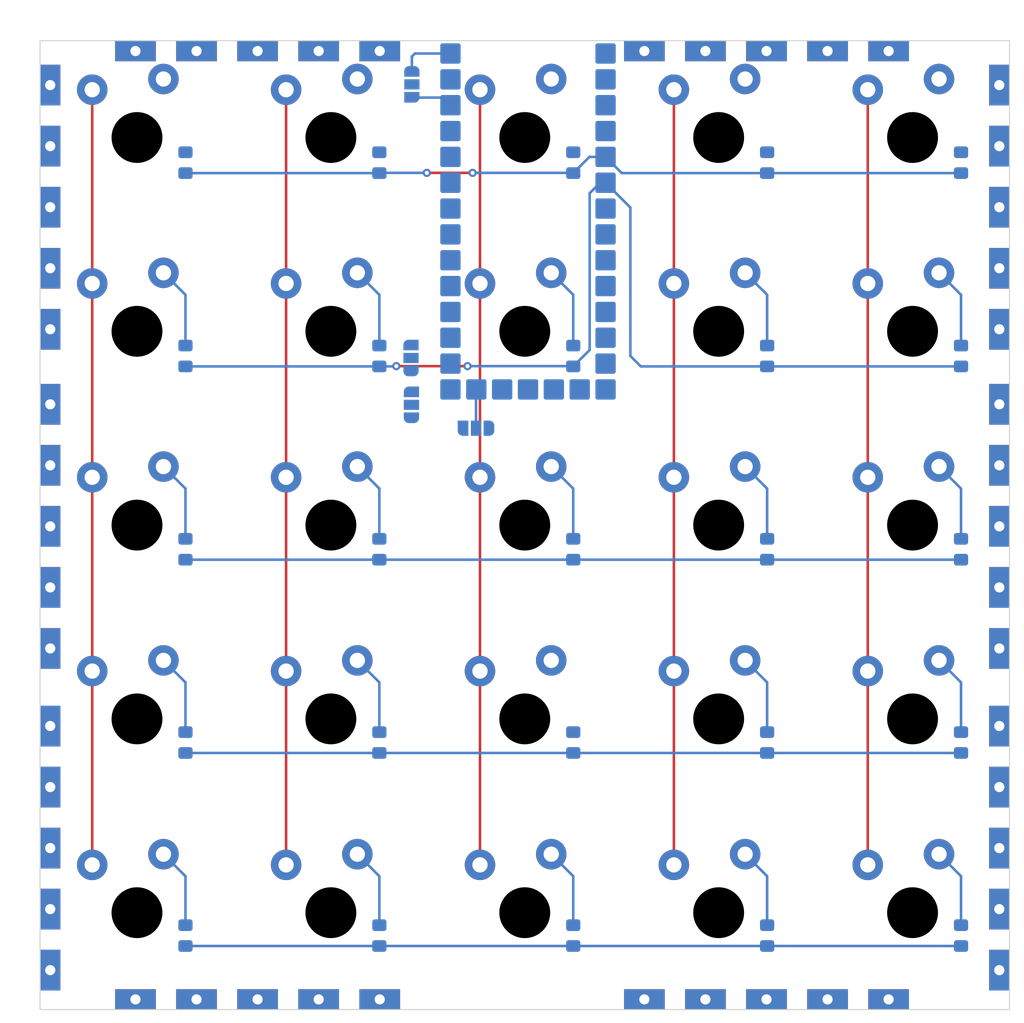
<source format=kicad_pcb>
(kicad_pcb (version 20211014) (generator pcbnew)
  (layers (0 "F.Cu" signal) (31 "B.Cu" signal) (34 "B.Paste" user) (35 "F.Paste" user) (36 "B.SilkS" user "B.Silkscreen") (37 "F.SilkS" user "F.Silkscreen") (38 "B.Mask" user) (39 "F.Mask" user) (44 "Edge.Cuts" user))
  (net 0 "")
  (net 1 "/b0r1")
  (net 2 "/b0r2")
  (net 3 "/b0r3")
  (net 4 "/b0r4")
  (net 5 "/b0r5")
  (net 6 "/b1r1")
  (net 7 "/b1r2")
  (net 8 "/b1r3")
  (net 9 "/b1r4")
  (net 10 "/b1r5")
  (net 11 "/b0c2")
  (net 12 "/b0c3")
  (net 13 "/b0c4")
  (net 14 "/b0c5")
  (net 15 "/b0c1")
  (net 16 "+VDC")
  (net 17 "/mRXsTX")
  (net 18 "/mTXsRX")
  (net 19 "GND")
  (net 20 "/b1c1")
  (net 21 "/b1c2")
  (net 22 "/b1c3")
  (net 23 "/b1c4")
  (net 24 "/b1c5")
  (net 25 "+5V")
  (net 26 "/handedDetect")
  (net 27 "Net-(JP2-Pad1)")
  (net 28 "Net-(JP2-Pad3)")
  (net 29 "Net-(JP3-Pad2)")
  (net 30 "Net-(JP4-Pad2)")
  (net 36 "Net-(SW1-Pad2)")
  (net 37 "Net-(SW2-Pad2)")
  (net 38 "Net-(SW3-Pad2)")
  (net 39 "Net-(SW4-Pad2)")
  (net 40 "Net-(SW5-Pad2)")
  (net 41 "Net-(SW6-Pad2)")
  (net 42 "Net-(SW7-Pad2)")
  (net 43 "Net-(SW8-Pad2)")
  (net 44 "Net-(SW9-Pad2)")
  (net 45 "Net-(SW10-Pad2)")
  (net 46 "Net-(SW11-Pad2)")
  (net 47 "Net-(SW12-Pad2)")
  (net 48 "Net-(SW13-Pad2)")
  (net 49 "Net-(SW14-Pad2)")
  (net 50 "Net-(SW15-Pad2)")
  (net 51 "Net-(SW16-Pad2)")
  (net 52 "Net-(SW17-Pad2)")
  (net 53 "Net-(SW18-Pad2)")
  (net 54 "Net-(SW19-Pad2)")
  (net 55 "Net-(SW20-Pad2)")
  (net 56 "Net-(SW21-Pad2)")
  (net 57 "Net-(SW22-Pad2)")
  (net 58 "Net-(SW23-Pad2)")
  (net 59 "Net-(SW24-Pad2)")
  (net 60 "Net-(SW25-Pad2)")
  (footprint "ProjectLibrary:GateronLowProfileKeyswitch" (layer "F.Cu") (at 57.15 76.2)
    (fp_text reference "SW6")
    (fp_text value "KeySwitch")
    (pad "" np_thru_hole circle (at 0 0) (size 5 5) (drill 5) (layers *.Mask))
    (pad "1" thru_hole circle (at -4.4 -4.7) (size 3 3) (drill 1.5) (layers *.Cu *.Mask) (net 1 "/b0r1"))
    (pad "2" thru_hole circle (at 2.6 -5.75) (size 3 3) (drill 1.5) (layers *.Cu *.Mask) (net 41 "Net-(SW6-Pad2)"))
  )
  (footprint "ProjectLibrary:DumbEdgeConnectorHorizontal" (layer "F.Cu") (at 55 47.65)
    (fp_text reference "J1")
    (fp_text value "rBUSoutV")
    (pad "1" thru_hole rect (at 2 1 90) (size 2 4) (drill 1) (layers *.Cu *.Mask) (net 1 "/b0r1"))
    (pad "2" thru_hole rect (at 8 1 90) (size 2 4) (drill 1) (layers *.Cu *.Mask) (net 2 "/b0r2"))
    (pad "3" thru_hole rect (at 14 1 90) (size 2 4) (drill 1) (layers *.Cu *.Mask) (net 3 "/b0r3"))
    (pad "4" thru_hole rect (at 20 1 90) (size 2 4) (drill 1) (layers *.Cu *.Mask) (net 4 "/b0r4"))
    (pad "5" thru_hole rect (at 26 1 90) (size 2 4) (drill 1) (layers *.Cu *.Mask) (net 5 "/b0r5"))
  )
  (footprint "ProjectLibrary:GateronLowProfileKeyswitch" (layer "F.Cu") (at 114.3 57.15)
    (fp_text reference "SW4")
    (fp_text value "KeySwitch")
    (pad "" np_thru_hole circle (at 0 0) (size 5 5) (drill 5) (layers *.Mask))
    (pad "1" thru_hole circle (at -4.4 -4.7) (size 3 3) (drill 1.5) (layers *.Cu *.Mask) (net 4 "/b0r4"))
    (pad "2" thru_hole circle (at 2.6 -5.75) (size 3 3) (drill 1.5) (layers *.Cu *.Mask) (net 39 "Net-(SW4-Pad2)"))
  )
  (footprint "ProjectLibrary:DumbEdgeConnectorVertical" (layer "F.Cu") (at 47.625 81.375)
    (fp_text reference "J5")
    (fp_text value "cBUSoutH")
    (pad "1" thru_hole rect (at 1 2) (size 2 4) (drill 1) (layers *.Cu *.Mask) (net 15 "/b0c1"))
    (pad "2" thru_hole rect (at 1 8) (size 2 4) (drill 1) (layers *.Cu *.Mask) (net 11 "/b0c2"))
    (pad "3" thru_hole rect (at 1 14) (size 2 4) (drill 1) (layers *.Cu *.Mask) (net 12 "/b0c3"))
    (pad "4" thru_hole rect (at 1 20) (size 2 4) (drill 1) (layers *.Cu *.Mask) (net 13 "/b0c4"))
    (pad "5" thru_hole rect (at 1 26) (size 2 4) (drill 1) (layers *.Cu *.Mask) (net 14 "/b0c5"))
  )
  (footprint "ProjectLibrary:DumbEdgeConnectorVertical" (layer "F.Cu") (at 140.875 81.375)
    (fp_text reference "J9")
    (fp_text value "cBUSinH")
    (pad "1" thru_hole rect (at 1 2) (size 2 4) (drill 1) (layers *.Cu *.Mask) (net 20 "/b1c1"))
    (pad "2" thru_hole rect (at 1 8) (size 2 4) (drill 1) (layers *.Cu *.Mask) (net 21 "/b1c2"))
    (pad "3" thru_hole rect (at 1 14) (size 2 4) (drill 1) (layers *.Cu *.Mask) (net 22 "/b1c3"))
    (pad "4" thru_hole rect (at 1 20) (size 2 4) (drill 1) (layers *.Cu *.Mask) (net 23 "/b1c4"))
    (pad "5" thru_hole rect (at 1 26) (size 2 4) (drill 1) (layers *.Cu *.Mask) (net 24 "/b1c5"))
  )
  (footprint "ProjectLibrary:GateronLowProfileKeyswitch" (layer "F.Cu") (at 133.35 76.2)
    (fp_text reference "SW10")
    (fp_text value "KeySwitch")
    (pad "" np_thru_hole circle (at 0 0) (size 5 5) (drill 5) (layers *.Mask))
    (pad "1" thru_hole circle (at -4.4 -4.7) (size 3 3) (drill 1.5) (layers *.Cu *.Mask) (net 5 "/b0r5"))
    (pad "2" thru_hole circle (at 2.6 -5.75) (size 3 3) (drill 1.5) (layers *.Cu *.Mask) (net 45 "Net-(SW10-Pad2)"))
  )
  (footprint "ProjectLibrary:DumbEdgeConnectorVertical" (layer "F.Cu") (at 140.875 50)
    (fp_text reference "J7")
    (fp_text value "mcuTIEin")
    (pad "1" thru_hole rect (at 1 2) (size 2 4) (drill 1) (layers *.Cu *.Mask) (net 16 "+VDC"))
    (pad "2" thru_hole rect (at 1 8) (size 2 4) (drill 1) (layers *.Cu *.Mask) (net 17 "/mRXsTX"))
    (pad "3" thru_hole rect (at 1 14) (size 2 4) (drill 1) (layers *.Cu *.Mask) (net 18 "/mTXsRX"))
    (pad "4" thru_hole rect (at 1 20) (size 2 4) (drill 1) (layers *.Cu *.Mask) (net 19 "GND"))
    (pad "5" thru_hole rect (at 1 26) (size 2 4) (drill 1) (layers *.Cu *.Mask) (net 19 "GND"))
  )
  (footprint "ProjectLibrary:GateronLowProfileKeyswitch" (layer "F.Cu") (at 114.3 76.2)
    (fp_text reference "SW9")
    (fp_text value "KeySwitch")
    (pad "" np_thru_hole circle (at 0 0) (size 5 5) (drill 5) (layers *.Mask))
    (pad "1" thru_hole circle (at -4.4 -4.7) (size 3 3) (drill 1.5) (layers *.Cu *.Mask) (net 4 "/b0r4"))
    (pad "2" thru_hole circle (at 2.6 -5.75) (size 3 3) (drill 1.5) (layers *.Cu *.Mask) (net 44 "Net-(SW9-Pad2)"))
  )
  (footprint "ProjectLibrary:GateronLowProfileKeyswitch" (layer "F.Cu") (at 76.2 57.15)
    (fp_text reference "SW2")
    (fp_text value "KeySwitch")
    (pad "" np_thru_hole circle (at 0 0) (size 5 5) (drill 5) (layers *.Mask))
    (pad "1" thru_hole circle (at -4.4 -4.7) (size 3 3) (drill 1.5) (layers *.Cu *.Mask) (net 2 "/b0r2"))
    (pad "2" thru_hole circle (at 2.6 -5.75) (size 3 3) (drill 1.5) (layers *.Cu *.Mask) (net 37 "Net-(SW2-Pad2)"))
  )
  (footprint "ProjectLibrary:DumbEdgeConnectorHorizontal" (layer "F.Cu") (at 105 140.875)
    (fp_text reference "J4")
    (fp_text value "cTIEinV")
    (pad "1" thru_hole rect (at 2 1 90) (size 2 4) (drill 1) (layers *.Cu *.Mask) (net 11 "/b0c2"))
    (pad "2" thru_hole rect (at 8 1 90) (size 2 4) (drill 1) (layers *.Cu *.Mask) (net 11 "/b0c2"))
    (pad "3" thru_hole rect (at 14 1 90) (size 2 4) (drill 1) (layers *.Cu *.Mask) (net 12 "/b0c3"))
    (pad "4" thru_hole rect (at 20 1 90) (size 2 4) (drill 1) (layers *.Cu *.Mask) (net 13 "/b0c4"))
    (pad "5" thru_hole rect (at 26 1 90) (size 2 4) (drill 1) (layers *.Cu *.Mask) (net 14 "/b0c5"))
  )
  (footprint "ProjectLibrary:GateronLowProfileKeyswitch" (layer "F.Cu") (at 133.35 57.15)
    (fp_text reference "SW5")
    (fp_text value "KeySwitch")
    (pad "" np_thru_hole circle (at 0 0) (size 5 5) (drill 5) (layers *.Mask))
    (pad "1" thru_hole circle (at -4.4 -4.7) (size 3 3) (drill 1.5) (layers *.Cu *.Mask) (net 5 "/b0r5"))
    (pad "2" thru_hole circle (at 2.6 -5.75) (size 3 3) (drill 1.5) (layers *.Cu *.Mask) (net 40 "Net-(SW5-Pad2)"))
  )
  (footprint "ProjectLibrary:GateronLowProfileKeyswitch" (layer "F.Cu") (at 57.15 133.35)
    (fp_text reference "SW21")
    (fp_text value "KeySwitch")
    (pad "" np_thru_hole circle (at 0 0) (size 5 5) (drill 5) (layers *.Mask))
    (pad "1" thru_hole circle (at -4.4 -4.7) (size 3 3) (drill 1.5) (layers *.Cu *.Mask) (net 1 "/b0r1"))
    (pad "2" thru_hole circle (at 2.6 -5.75) (size 3 3) (drill 1.5) (layers *.Cu *.Mask) (net 56 "Net-(SW21-Pad2)"))
  )
  (footprint "ProjectLibrary:DumbEdgeConnectorVertical" (layer "F.Cu") (at 140.875 113)
    (fp_text reference "J8")
    (fp_text value "cTIEinH")
    (pad "1" thru_hole rect (at 1 2) (size 2 4) (drill 1) (layers *.Cu *.Mask) (net 1 "/b0r1"))
    (pad "2" thru_hole rect (at 1 8) (size 2 4) (drill 1) (layers *.Cu *.Mask) (net 2 "/b0r2"))
    (pad "3" thru_hole rect (at 1 14) (size 2 4) (drill 1) (layers *.Cu *.Mask) (net 3 "/b0r3"))
    (pad "4" thru_hole rect (at 1 20) (size 2 4) (drill 1) (layers *.Cu *.Mask) (net 4 "/b0r4"))
    (pad "5" thru_hole rect (at 1 26) (size 2 4) (drill 1) (layers *.Cu *.Mask) (net 5 "/b0r5"))
  )
  (footprint "ProjectLibrary:DumbEdgeConnectorHorizontal" (layer "F.Cu") (at 105 47.65)
    (fp_text reference "J3")
    (fp_text value "cTIEoutV")
    (pad "1" thru_hole rect (at 2 1 90) (size 2 4) (drill 1) (layers *.Cu *.Mask) (net 11 "/b0c2"))
    (pad "2" thru_hole rect (at 8 1 90) (size 2 4) (drill 1) (layers *.Cu *.Mask) (net 11 "/b0c2"))
    (pad "3" thru_hole rect (at 14 1 90) (size 2 4) (drill 1) (layers *.Cu *.Mask) (net 12 "/b0c3"))
    (pad "4" thru_hole rect (at 20 1 90) (size 2 4) (drill 1) (layers *.Cu *.Mask) (net 13 "/b0c4"))
    (pad "5" thru_hole rect (at 26 1 90) (size 2 4) (drill 1) (layers *.Cu *.Mask) (net 14 "/b0c5"))
  )
  (footprint "ProjectLibrary:GateronLowProfileKeyswitch" (layer "F.Cu") (at 76.2 133.35)
    (fp_text reference "SW22")
    (fp_text value "KeySwitch")
    (pad "" np_thru_hole circle (at 0 0) (size 5 5) (drill 5) (layers *.Mask))
    (pad "1" thru_hole circle (at -4.4 -4.7) (size 3 3) (drill 1.5) (layers *.Cu *.Mask) (net 2 "/b0r2"))
    (pad "2" thru_hole circle (at 2.6 -5.75) (size 3 3) (drill 1.5) (layers *.Cu *.Mask) (net 57 "Net-(SW22-Pad2)"))
  )
  (footprint "ProjectLibrary:GateronLowProfileKeyswitch" (layer "F.Cu") (at 95.25 95.25)
    (fp_text reference "SW13")
    (fp_text value "KeySwitch")
    (pad "" np_thru_hole circle (at 0 0) (size 5 5) (drill 5) (layers *.Mask))
    (pad "1" thru_hole circle (at -4.4 -4.7) (size 3 3) (drill 1.5) (layers *.Cu *.Mask) (net 3 "/b0r3"))
    (pad "2" thru_hole circle (at 2.6 -5.75) (size 3 3) (drill 1.5) (layers *.Cu *.Mask) (net 48 "Net-(SW13-Pad2)"))
  )
  (footprint "ProjectLibrary:GateronLowProfileKeyswitch" (layer "F.Cu") (at 57.15 57.15)
    (fp_text reference "SW1")
    (fp_text value "KeySwitch")
    (pad "" np_thru_hole circle (at 0 0) (size 5 5) (drill 5) (layers *.Mask))
    (pad "1" thru_hole circle (at -4.4 -4.7) (size 3 3) (drill 1.5) (layers *.Cu *.Mask) (net 1 "/b0r1"))
    (pad "2" thru_hole circle (at 2.6 -5.75) (size 3 3) (drill 1.5) (layers *.Cu *.Mask) (net 36 "Net-(SW1-Pad2)"))
  )
  (footprint "ProjectLibrary:DumbEdgeConnectorVertical" (layer "F.Cu") (at 47.625 50)
    (fp_text reference "J10")
    (fp_text value "mcuTIEout")
    (pad "1" thru_hole rect (at 1 2) (size 2 4) (drill 1) (layers *.Cu *.Mask) (net 16 "+VDC"))
    (pad "2" thru_hole rect (at 1 8) (size 2 4) (drill 1) (layers *.Cu *.Mask) (net 17 "/mRXsTX"))
    (pad "3" thru_hole rect (at 1 14) (size 2 4) (drill 1) (layers *.Cu *.Mask) (net 18 "/mTXsRX"))
    (pad "4" thru_hole rect (at 1 20) (size 2 4) (drill 1) (layers *.Cu *.Mask) (net 19 "GND"))
    (pad "5" thru_hole rect (at 1 26) (size 2 4) (drill 1) (layers *.Cu *.Mask) (net 19 "GND"))
  )
  (footprint "ProjectLibrary:GateronLowProfileKeyswitch" (layer "F.Cu") (at 114.3 95.25)
    (fp_text reference "SW14")
    (fp_text value "KeySwitch")
    (pad "" np_thru_hole circle (at 0 0) (size 5 5) (drill 5) (layers *.Mask))
    (pad "1" thru_hole circle (at -4.4 -4.7) (size 3 3) (drill 1.5) (layers *.Cu *.Mask) (net 4 "/b0r4"))
    (pad "2" thru_hole circle (at 2.6 -5.75) (size 3 3) (drill 1.5) (layers *.Cu *.Mask) (net 49 "Net-(SW14-Pad2)"))
  )
  (footprint "ProjectLibrary:GateronLowProfileKeyswitch" (layer "F.Cu") (at 114.3 114.3)
    (fp_text reference "SW19")
    (fp_text value "KeySwitch")
    (pad "" np_thru_hole circle (at 0 0) (size 5 5) (drill 5) (layers *.Mask))
    (pad "1" thru_hole circle (at -4.4 -4.7) (size 3 3) (drill 1.5) (layers *.Cu *.Mask) (net 4 "/b0r4"))
    (pad "2" thru_hole circle (at 2.6 -5.75) (size 3 3) (drill 1.5) (layers *.Cu *.Mask) (net 54 "Net-(SW19-Pad2)"))
  )
  (footprint "ProjectLibrary:GateronLowProfileKeyswitch" (layer "F.Cu") (at 76.2 114.3)
    (fp_text reference "SW17")
    (fp_text value "KeySwitch")
    (pad "" np_thru_hole circle (at 0 0) (size 5 5) (drill 5) (layers *.Mask))
    (pad "1" thru_hole circle (at -4.4 -4.7) (size 3 3) (drill 1.5) (layers *.Cu *.Mask) (net 2 "/b0r2"))
    (pad "2" thru_hole circle (at 2.6 -5.75) (size 3 3) (drill 1.5) (layers *.Cu *.Mask) (net 52 "Net-(SW17-Pad2)"))
  )
  (footprint "ProjectLibrary:GateronLowProfileKeyswitch" (layer "F.Cu") (at 133.35 95.25)
    (fp_text reference "SW15")
    (fp_text value "KeySwitch")
    (pad "" np_thru_hole circle (at 0 0) (size 5 5) (drill 5) (layers *.Mask))
    (pad "1" thru_hole circle (at -4.4 -4.7) (size 3 3) (drill 1.5) (layers *.Cu *.Mask) (net 5 "/b0r5"))
    (pad "2" thru_hole circle (at 2.6 -5.75) (size 3 3) (drill 1.5) (layers *.Cu *.Mask) (net 50 "Net-(SW15-Pad2)"))
  )
  (footprint "ProjectLibrary:GateronLowProfileKeyswitch" (layer "F.Cu") (at 57.15 114.3)
    (fp_text reference "SW16")
    (fp_text value "KeySwitch")
    (pad "" np_thru_hole circle (at 0 0) (size 5 5) (drill 5) (layers *.Mask))
    (pad "1" thru_hole circle (at -4.4 -4.7) (size 3 3) (drill 1.5) (layers *.Cu *.Mask) (net 1 "/b0r1"))
    (pad "2" thru_hole circle (at 2.6 -5.75) (size 3 3) (drill 1.5) (layers *.Cu *.Mask) (net 51 "Net-(SW16-Pad2)"))
  )
  (footprint "ProjectLibrary:GateronLowProfileKeyswitch" (layer "F.Cu") (at 114.3 133.35)
    (fp_text reference "SW24")
    (fp_text value "KeySwitch")
    (pad "" np_thru_hole circle (at 0 0) (size 5 5) (drill 5) (layers *.Mask))
    (pad "1" thru_hole circle (at -4.4 -4.7) (size 3 3) (drill 1.5) (layers *.Cu *.Mask) (net 4 "/b0r4"))
    (pad "2" thru_hole circle (at 2.6 -5.75) (size 3 3) (drill 1.5) (layers *.Cu *.Mask) (net 59 "Net-(SW24-Pad2)"))
  )
  (footprint "ProjectLibrary:DumbEdgeConnectorHorizontal" (layer "F.Cu") (at 55 140.875)
    (fp_text reference "J2")
    (fp_text value "rBUSinV")
    (pad "1" thru_hole rect (at 2 1 90) (size 2 4) (drill 1) (layers *.Cu *.Mask) (net 6 "/b1r1"))
    (pad "2" thru_hole rect (at 8 1 90) (size 2 4) (drill 1) (layers *.Cu *.Mask) (net 7 "/b1r2"))
    (pad "3" thru_hole rect (at 14 1 90) (size 2 4) (drill 1) (layers *.Cu *.Mask) (net 8 "/b1r3"))
    (pad "4" thru_hole rect (at 20 1 90) (size 2 4) (drill 1) (layers *.Cu *.Mask) (net 9 "/b1r4"))
    (pad "5" thru_hole rect (at 26 1 90) (size 2 4) (drill 1) (layers *.Cu *.Mask) (net 10 "/b1r5"))
  )
  (footprint "ProjectLibrary:GateronLowProfileKeyswitch" (layer "F.Cu") (at 133.35 114.3)
    (fp_text reference "SW20")
    (fp_text value "KeySwitch")
    (pad "" np_thru_hole circle (at 0 0) (size 5 5) (drill 5) (layers *.Mask))
    (pad "1" thru_hole circle (at -4.4 -4.7) (size 3 3) (drill 1.5) (layers *.Cu *.Mask) (net 5 "/b0r5"))
    (pad "2" thru_hole circle (at 2.6 -5.75) (size 3 3) (drill 1.5) (layers *.Cu *.Mask) (net 55 "Net-(SW20-Pad2)"))
  )
  (footprint "ProjectLibrary:GateronLowProfileKeyswitch" (layer "F.Cu") (at 95.25 133.35)
    (fp_text reference "SW23")
    (fp_text value "KeySwitch")
    (pad "" np_thru_hole circle (at 0 0) (size 5 5) (drill 5) (layers *.Mask))
    (pad "1" thru_hole circle (at -4.4 -4.7) (size 3 3) (drill 1.5) (layers *.Cu *.Mask) (net 3 "/b0r3"))
    (pad "2" thru_hole circle (at 2.6 -5.75) (size 3 3) (drill 1.5) (layers *.Cu *.Mask) (net 58 "Net-(SW23-Pad2)"))
  )
  (footprint "ProjectLibrary:GateronLowProfileKeyswitch" (layer "F.Cu") (at 95.25 114.3)
    (fp_text reference "SW18")
    (fp_text value "KeySwitch")
    (pad "" np_thru_hole circle (at 0 0) (size 5 5) (drill 5) (layers *.Mask))
    (pad "1" thru_hole circle (at -4.4 -4.7) (size 3 3) (drill 1.5) (layers *.Cu *.Mask) (net 3 "/b0r3"))
    (pad "2" thru_hole circle (at 2.6 -5.75) (size 3 3) (drill 1.5) (layers *.Cu *.Mask) (net 53 "Net-(SW18-Pad2)"))
  )
  (footprint "ProjectLibrary:GateronLowProfileKeyswitch" (layer "F.Cu") (at 95.25 57.15)
    (fp_text reference "SW3")
    (fp_text value "KeySwitch")
    (pad "" np_thru_hole circle (at 0 0) (size 5 5) (drill 5) (layers *.Mask))
    (pad "1" thru_hole circle (at -4.4 -4.7) (size 3 3) (drill 1.5) (layers *.Cu *.Mask) (net 3 "/b0r3"))
    (pad "2" thru_hole circle (at 2.6 -5.75) (size 3 3) (drill 1.5) (layers *.Cu *.Mask) (net 38 "Net-(SW3-Pad2)"))
  )
  (footprint "ProjectLibrary:GateronLowProfileKeyswitch" (layer "F.Cu") (at 133.35 133.35)
    (fp_text reference "SW25")
    (fp_text value "KeySwitch")
    (pad "" np_thru_hole circle (at 0 0) (size 5 5) (drill 5) (layers *.Mask))
    (pad "1" thru_hole circle (at -4.4 -4.7) (size 3 3) (drill 1.5) (layers *.Cu *.Mask) (net 5 "/b0r5"))
    (pad "2" thru_hole circle (at 2.6 -5.75) (size 3 3) (drill 1.5) (layers *.Cu *.Mask) (net 60 "Net-(SW25-Pad2)"))
  )
  (footprint "ProjectLibrary:GateronLowProfileKeyswitch" (layer "F.Cu") (at 76.2 76.2)
    (fp_text reference "SW7")
    (fp_text value "KeySwitch")
    (pad "" np_thru_hole circle (at 0 0) (size 5 5) (drill 5) (layers *.Mask))
    (pad "1" thru_hole circle (at -4.4 -4.7) (size 3 3) (drill 1.5) (layers *.Cu *.Mask) (net 2 "/b0r2"))
    (pad "2" thru_hole circle (at 2.6 -5.75) (size 3 3) (drill 1.5) (layers *.Cu *.Mask) (net 42 "Net-(SW7-Pad2)"))
  )
  (footprint "ProjectLibrary:GateronLowProfileKeyswitch" (layer "F.Cu") (at 57.15 95.25)
    (fp_text reference "SW11")
    (fp_text value "KeySwitch")
    (pad "" np_thru_hole circle (at 0 0) (size 5 5) (drill 5) (layers *.Mask))
    (pad "1" thru_hole circle (at -4.4 -4.7) (size 3 3) (drill 1.5) (layers *.Cu *.Mask) (net 1 "/b0r1"))
    (pad "2" thru_hole circle (at 2.6 -5.75) (size 3 3) (drill 1.5) (layers *.Cu *.Mask) (net 46 "Net-(SW11-Pad2)"))
  )
  (footprint "ProjectLibrary:GateronLowProfileKeyswitch" (layer "F.Cu") (at 76.2 95.25)
    (fp_text reference "SW12")
    (fp_text value "KeySwitch")
    (pad "" np_thru_hole circle (at 0 0) (size 5 5) (drill 5) (layers *.Mask))
    (pad "1" thru_hole circle (at -4.4 -4.7) (size 3 3) (drill 1.5) (layers *.Cu *.Mask) (net 2 "/b0r2"))
    (pad "2" thru_hole circle (at 2.6 -5.75) (size 3 3) (drill 1.5) (layers *.Cu *.Mask) (net 47 "Net-(SW12-Pad2)"))
  )
  (footprint "ProjectLibrary:DumbEdgeConnectorVertical" (layer "F.Cu") (at 47.625 113)
    (fp_text reference "J6")
    (fp_text value "cTIEoutH")
    (pad "1" thru_hole rect (at 1 2) (size 2 4) (drill 1) (layers *.Cu *.Mask) (net 1 "/b0r1"))
    (pad "2" thru_hole rect (at 1 8) (size 2 4) (drill 1) (layers *.Cu *.Mask) (net 2 "/b0r2"))
    (pad "3" thru_hole rect (at 1 14) (size 2 4) (drill 1) (layers *.Cu *.Mask) (net 3 "/b0r3"))
    (pad "4" thru_hole rect (at 1 20) (size 2 4) (drill 1) (layers *.Cu *.Mask) (net 4 "/b0r4"))
    (pad "5" thru_hole rect (at 1 26) (size 2 4) (drill 1) (layers *.Cu *.Mask) (net 5 "/b0r5"))
  )
  (footprint "ProjectLibrary:GateronLowProfileKeyswitch" (layer "F.Cu") (at 95.25 76.2)
    (fp_text reference "SW8")
    (fp_text value "KeySwitch")
    (pad "" np_thru_hole circle (at 0 0) (size 5 5) (drill 5) (layers *.Mask))
    (pad "1" thru_hole circle (at -4.4 -4.7) (size 3 3) (drill 1.5) (layers *.Cu *.Mask) (net 3 "/b0r3"))
    (pad "2" thru_hole circle (at 2.6 -5.75) (size 3 3) (drill 1.5) (layers *.Cu *.Mask) (net 43 "Net-(SW8-Pad2)"))
  )
  (footprint "ProjectLibrary:D_0805_2012Metric_Pad1.15x1.40mm_HandSolder_No_Silk" (layer "B.Cu") (at 119.0625 78.625 -90)
    (fp_text reference "D9")
    (fp_text value "D_diag")
    (pad "1" smd roundrect (at -1.025 0 270) (size 1.15 1.4) (layers "B.Cu" "B.Mask") (roundrect_rratio 0.217391) (net 44 "Net-(SW9-Pad2)"))
    (pad "2" smd roundrect (at 1.025 0 270) (size 1.15 1.4) (layers "B.Cu" "B.Mask") (roundrect_rratio 0.217391) (net 11 "/b0c2"))
  )
  (footprint "ProjectLibrary:D_0805_2012Metric_Pad1.15x1.40mm_HandSolder_No_Silk" (layer "B.Cu") (at 80.9625 78.625 -90)
    (fp_text reference "D7")
    (fp_text value "D_diag")
    (pad "1" smd roundrect (at -1.025 0 270) (size 1.15 1.4) (layers "B.Cu" "B.Mask") (roundrect_rratio 0.217391) (net 42 "Net-(SW7-Pad2)"))
    (pad "2" smd roundrect (at 1.025 0 270) (size 1.15 1.4) (layers "B.Cu" "B.Mask") (roundrect_rratio 0.217391) (net 11 "/b0c2"))
  )
  (footprint "ProjectLibrary:D_0805_2012Metric_Pad1.15x1.40mm_HandSolder_No_Silk" (layer "B.Cu") (at 80.9625 116.625 -90)
    (fp_text reference "D17")
    (fp_text value "D_diag")
    (pad "1" smd roundrect (at -1.025 0 270) (size 1.15 1.4) (layers "B.Cu" "B.Mask") (roundrect_rratio 0.217391) (net 52 "Net-(SW17-Pad2)"))
    (pad "2" smd roundrect (at 1.025 0 270) (size 1.15 1.4) (layers "B.Cu" "B.Mask") (roundrect_rratio 0.217391) (net 13 "/b0c4"))
  )
  (footprint "ProjectLibrary:D_0805_2012Metric_Pad1.15x1.40mm_HandSolder_No_Silk" (layer "B.Cu") (at 61.9125 97.625 -90)
    (fp_text reference "D11")
    (fp_text value "D_diag")
    (pad "1" smd roundrect (at -1.025 0 270) (size 1.15 1.4) (layers "B.Cu" "B.Mask") (roundrect_rratio 0.217391) (net 46 "Net-(SW11-Pad2)"))
    (pad "2" smd roundrect (at 1.025 0 270) (size 1.15 1.4) (layers "B.Cu" "B.Mask") (roundrect_rratio 0.217391) (net 12 "/b0c3"))
  )
  (footprint "ProjectLibrary:D_0805_2012Metric_Pad1.15x1.40mm_HandSolder_No_Silk" (layer "B.Cu") (at 80.9625 135.6 -90)
    (fp_text reference "D22")
    (fp_text value "D_diag")
    (pad "1" smd roundrect (at -1.025 0 270) (size 1.15 1.4) (layers "B.Cu" "B.Mask") (roundrect_rratio 0.217391) (net 57 "Net-(SW22-Pad2)"))
    (pad "2" smd roundrect (at 1.025 0 270) (size 1.15 1.4) (layers "B.Cu" "B.Mask") (roundrect_rratio 0.217391) (net 14 "/b0c5"))
  )
  (footprint "ProjectLibrary:D_0805_2012Metric_Pad1.15x1.40mm_HandSolder_No_Silk" (layer "B.Cu") (at 138.1125 59.625 -90)
    (fp_text reference "D5")
    (fp_text value "D_diag")
    (pad "1" smd roundrect (at -1.025 0 270) (size 1.15 1.4) (layers "B.Cu" "B.Mask") (roundrect_rratio 0.217391) (net 40 "Net-(SW5-Pad2)"))
    (pad "2" smd roundrect (at 1.025 0 270) (size 1.15 1.4) (layers "B.Cu" "B.Mask") (roundrect_rratio 0.217391) (net 15 "/b0c1"))
  )
  (footprint "ProjectLibrary:D_0805_2012Metric_Pad1.15x1.40mm_HandSolder_No_Silk" (layer "B.Cu") (at 61.9125 59.625 -90)
    (fp_text reference "D1")
    (fp_text value "D_diag")
    (pad "1" smd roundrect (at -1.025 0 270) (size 1.15 1.4) (layers "B.Cu" "B.Mask") (roundrect_rratio 0.217391) (net 36 "Net-(SW1-Pad2)"))
    (pad "2" smd roundrect (at 1.025 0 270) (size 1.15 1.4) (layers "B.Cu" "B.Mask") (roundrect_rratio 0.217391) (net 15 "/b0c1"))
  )
  (footprint "ProjectLibrary:D_0805_2012Metric_Pad1.15x1.40mm_HandSolder_No_Silk" (layer "B.Cu") (at 61.9125 135.6 -90)
    (fp_text reference "D21")
    (fp_text value "D_diag")
    (pad "1" smd roundrect (at -1.025 0 270) (size 1.15 1.4) (layers "B.Cu" "B.Mask") (roundrect_rratio 0.217391) (net 56 "Net-(SW21-Pad2)"))
    (pad "2" smd roundrect (at 1.025 0 270) (size 1.15 1.4) (layers "B.Cu" "B.Mask") (roundrect_rratio 0.217391) (net 14 "/b0c5"))
  )
  (footprint "ProjectLibrary:D_0805_2012Metric_Pad1.15x1.40mm_HandSolder_No_Silk" (layer "B.Cu") (at 80.9625 97.625 -90)
    (fp_text reference "D12")
    (fp_text value "D_diag")
    (pad "1" smd roundrect (at -1.025 0 270) (size 1.15 1.4) (layers "B.Cu" "B.Mask") (roundrect_rratio 0.217391) (net 47 "Net-(SW12-Pad2)"))
    (pad "2" smd roundrect (at 1.025 0 270) (size 1.15 1.4) (layers "B.Cu" "B.Mask") (roundrect_rratio 0.217391) (net 12 "/b0c3"))
  )
  (footprint "ProjectLibrary:D_0805_2012Metric_Pad1.15x1.40mm_HandSolder_No_Silk" (layer "B.Cu") (at 138.1125 116.625 -90)
    (fp_text reference "D20")
    (fp_text value "D_diag")
    (pad "1" smd roundrect (at -1.025 0 270) (size 1.15 1.4) (layers "B.Cu" "B.Mask") (roundrect_rratio 0.217391) (net 55 "Net-(SW20-Pad2)"))
    (pad "2" smd roundrect (at 1.025 0 270) (size 1.15 1.4) (layers "B.Cu" "B.Mask") (roundrect_rratio 0.217391) (net 13 "/b0c4"))
  )
  (footprint "ProjectLibrary:SolderJumper-3_P1.3mm_Open_RoundedPad1.0x1.5mm_No_Silk" (layer "B.Cu") (at 84.0725 78.825 -90)
    (fp_text reference "JP3")
    (fp_text value "SolderJumper_3_Open")
    (pad "1" smd custom (at -1.3 0 270) (size 1 0.5) (layers "B.Cu" "B.Mask") (net 18 "/mTXsRX") (options (clearance outline) (anchor rect)) (primitives (gr_circle (center 0 0.25) (end 0.5 0.25) (width 0) (fill yes)) (gr_poly (pts (xy 0.55 -0.75) (xy -0.5 -0.75) (xy -0.5 0) (xy 0 0) (xy 0 0.75) (xy 0.55 0.75)) (width 0) (fill yes))))
    (pad "2" smd rect (at 0 0 270) (size 1 1.5) (layers "B.Cu" "B.Mask") (net 29 "Net-(JP3-Pad2)"))
    (pad "3" smd custom (at 1.3 0 270) (size 1 0.5) (layers "B.Cu" "B.Mask") (net 17 "/mRXsTX") (options (clearance outline) (anchor rect)) (primitives (gr_circle (center 0 -0.25) (end 0.5 -0.25) (width 0) (fill yes)) (gr_circle (center 0 0.25) (end 0.5 0.25) (width 0) (fill yes)) (gr_poly (pts (xy 0 -0.75) (xy -0.55 -0.75) (xy -0.55 0.75) (xy 0 0.75)) (width 0) (fill yes))))
  )
  (footprint "ProjectLibrary:D_0805_2012Metric_Pad1.15x1.40mm_HandSolder_No_Silk" (layer "B.Cu") (at 100.0125 59.625 -90)
    (fp_text reference "D3")
    (fp_text value "D_diag")
    (pad "1" smd roundrect (at -1.025 0 270) (size 1.15 1.4) (layers "B.Cu" "B.Mask") (roundrect_rratio 0.217391) (net 38 "Net-(SW3-Pad2)"))
    (pad "2" smd roundrect (at 1.025 0 270) (size 1.15 1.4) (layers "B.Cu" "B.Mask") (roundrect_rratio 0.217391) (net 15 "/b0c1"))
  )
  (footprint "ProjectLibrary:D_0805_2012Metric_Pad1.15x1.40mm_HandSolder_No_Silk" (layer "B.Cu") (at 138.1125 97.625 -90)
    (fp_text reference "D15")
    (fp_text value "D_diag")
    (pad "1" smd roundrect (at -1.025 0 270) (size 1.15 1.4) (layers "B.Cu" "B.Mask") (roundrect_rratio 0.217391) (net 50 "Net-(SW15-Pad2)"))
    (pad "2" smd roundrect (at 1.025 0 270) (size 1.15 1.4) (layers "B.Cu" "B.Mask") (roundrect_rratio 0.217391) (net 12 "/b0c3"))
  )
  (footprint "ProjectLibrary:D_0805_2012Metric_Pad1.15x1.40mm_HandSolder_No_Silk" (layer "B.Cu") (at 100.0125 135.6 -90)
    (fp_text reference "D23")
    (fp_text value "D_diag")
    (pad "1" smd roundrect (at -1.025 0 270) (size 1.15 1.4) (layers "B.Cu" "B.Mask") (roundrect_rratio 0.217391) (net 58 "Net-(SW23-Pad2)"))
    (pad "2" smd roundrect (at 1.025 0 270) (size 1.15 1.4) (layers "B.Cu" "B.Mask") (roundrect_rratio 0.217391) (net 14 "/b0c5"))
  )
  (footprint "ProjectLibrary:D_0805_2012Metric_Pad1.15x1.40mm_HandSolder_No_Silk" (layer "B.Cu") (at 100.0125 116.625 -90)
    (fp_text reference "D18")
    (fp_text value "D_diag")
    (pad "1" smd roundrect (at -1.025 0 270) (size 1.15 1.4) (layers "B.Cu" "B.Mask") (roundrect_rratio 0.217391) (net 53 "Net-(SW18-Pad2)"))
    (pad "2" smd roundrect (at 1.025 0 270) (size 1.15 1.4) (layers "B.Cu" "B.Mask") (roundrect_rratio 0.217391) (net 13 "/b0c4"))
  )
  (footprint "ProjectLibrary:D_0805_2012Metric_Pad1.15x1.40mm_HandSolder_No_Silk" (layer "B.Cu") (at 119.0625 59.625 -90)
    (fp_text reference "D4")
    (fp_text value "D_diag")
    (pad "1" smd roundrect (at -1.025 0 270) (size 1.15 1.4) (layers "B.Cu" "B.Mask") (roundrect_rratio 0.217391) (net 39 "Net-(SW4-Pad2)"))
    (pad "2" smd roundrect (at 1.025 0 270) (size 1.15 1.4) (layers "B.Cu" "B.Mask") (roundrect_rratio 0.217391) (net 15 "/b0c1"))
  )
  (footprint "ProjectLibrary:SolderJumper-3_P1.3mm_Open_RoundedPad1.0x1.5mm_No_Silk" (layer "B.Cu") (at 84.1575 51.925 90)
    (fp_text reference "JP2")
    (fp_text value "SolderJumper_3_Open")
    (pad "1" smd custom (at -1.3 0 90) (size 1 0.5) (layers "B.Cu" "B.Mask") (net 27 "Net-(JP2-Pad1)") (options (clearance outline) (anchor rect)) (primitives (gr_circle (center 0 0.25) (end 0.5 0.25) (width 0) (fill yes)) (gr_poly (pts (xy 0.55 -0.75) (xy -0.5 -0.75) (xy -0.5 0) (xy 0 0) (xy 0 0.75) (xy 0.55 0.75)) (width 0) (fill yes))))
    (pad "2" smd rect (at 0 0 90) (size 1 1.5) (layers "B.Cu" "B.Mask") (net 16 "+VDC"))
    (pad "3" smd custom (at 1.3 0 90) (size 1 0.5) (layers "B.Cu" "B.Mask") (net 28 "Net-(JP2-Pad3)") (options (clearance outline) (anchor rect)) (primitives (gr_circle (center 0 -0.25) (end 0.5 -0.25) (width 0) (fill yes)) (gr_circle (center 0 0.25) (end 0.5 0.25) (width 0) (fill yes)) (gr_poly (pts (xy 0 -0.75) (xy -0.55 -0.75) (xy -0.55 0.75) (xy 0 0.75)) (width 0) (fill yes))))
  )
  (footprint "ProjectLibrary:D_0805_2012Metric_Pad1.15x1.40mm_HandSolder_No_Silk" (layer "B.Cu") (at 61.9125 116.625 -90)
    (fp_text reference "D16")
    (fp_text value "D_diag")
    (pad "1" smd roundrect (at -1.025 0 270) (size 1.15 1.4) (layers "B.Cu" "B.Mask") (roundrect_rratio 0.217391) (net 51 "Net-(SW16-Pad2)"))
    (pad "2" smd roundrect (at 1.025 0 270) (size 1.15 1.4) (layers "B.Cu" "B.Mask") (roundrect_rratio 0.217391) (net 13 "/b0c4"))
  )
  (footprint "ProjectLibrary:SolderJumper-3_P1.3mm_Open_RoundedPad1.0x1.5mm_No_Silk" (layer "B.Cu") (at 84.115 83.425 -90)
    (fp_text reference "JP4")
    (fp_text value "SolderJumper_3_Open")
    (pad "1" smd custom (at -1.3 0 270) (size 1 0.5) (layers "B.Cu" "B.Mask") (net 17 "/mRXsTX") (options (clearance outline) (anchor rect)) (primitives (gr_circle (center 0 0.25) (end 0.5 0.25) (width 0) (fill yes)) (gr_poly (pts (xy 0.55 -0.75) (xy -0.5 -0.75) (xy -0.5 0) (xy 0 0) (xy 0 0.75) (xy 0.55 0.75)) (width 0) (fill yes))))
    (pad "2" smd rect (at 0 0 270) (size 1 1.5) (layers "B.Cu" "B.Mask") (net 30 "Net-(JP4-Pad2)"))
    (pad "3" smd custom (at 1.3 0 270) (size 1 0.5) (layers "B.Cu" "B.Mask") (net 18 "/mTXsRX") (options (clearance outline) (anchor rect)) (primitives (gr_circle (center 0 -0.25) (end 0.5 -0.25) (width 0) (fill yes)) (gr_circle (center 0 0.25) (end 0.5 0.25) (width 0) (fill yes)) (gr_poly (pts (xy 0 -0.75) (xy -0.55 -0.75) (xy -0.55 0.75) (xy 0 0.75)) (width 0) (fill yes))))
  )
  (footprint "ProjectLibrary:D_0805_2012Metric_Pad1.15x1.40mm_HandSolder_No_Silk" (layer "B.Cu") (at 119.0625 116.625 -90)
    (fp_text reference "D19")
    (fp_text value "D_diag")
    (pad "1" smd roundrect (at -1.025 0 270) (size 1.15 1.4) (layers "B.Cu" "B.Mask") (roundrect_rratio 0.217391) (net 54 "Net-(SW19-Pad2)"))
    (pad "2" smd roundrect (at 1.025 0 270) (size 1.15 1.4) (layers "B.Cu" "B.Mask") (roundrect_rratio 0.217391) (net 13 "/b0c4"))
  )
  (footprint "ProjectLibrary:D_0805_2012Metric_Pad1.15x1.40mm_HandSolder_No_Silk" (layer "B.Cu") (at 100.0125 97.625 -90)
    (fp_text reference "D13")
    (fp_text value "D_diag")
    (pad "1" smd roundrect (at -1.025 0 270) (size 1.15 1.4) (layers "B.Cu" "B.Mask") (roundrect_rratio 0.217391) (net 48 "Net-(SW13-Pad2)"))
    (pad "2" smd roundrect (at 1.025 0 270) (size 1.15 1.4) (layers "B.Cu" "B.Mask") (roundrect_rratio 0.217391) (net 12 "/b0c3"))
  )
  (footprint "ProjectLibrary:D_0805_2012Metric_Pad1.15x1.40mm_HandSolder_No_Silk" (layer "B.Cu") (at 119.0625 135.6 -90)
    (fp_text reference "D24")
    (fp_text value "D_diag")
    (pad "1" smd roundrect (at -1.025 0 270) (size 1.15 1.4) (layers "B.Cu" "B.Mask") (roundrect_rratio 0.217391) (net 59 "Net-(SW24-Pad2)"))
    (pad "2" smd roundrect (at 1.025 0 270) (size 1.15 1.4) (layers "B.Cu" "B.Mask") (roundrect_rratio 0.217391) (net 14 "/b0c5"))
  )
  (footprint "ProjectLibrary:D_0805_2012Metric_Pad1.15x1.40mm_HandSolder_No_Silk" (layer "B.Cu") (at 138.1125 78.625 -90)
    (fp_text reference "D10")
    (fp_text value "D_diag")
    (pad "1" smd roundrect (at -1.025 0 270) (size 1.15 1.4) (layers "B.Cu" "B.Mask") (roundrect_rratio 0.217391) (net 45 "Net-(SW10-Pad2)"))
    (pad "2" smd roundrect (at 1.025 0 270) (size 1.15 1.4) (layers "B.Cu" "B.Mask") (roundrect_rratio 0.217391) (net 11 "/b0c2"))
  )
  (footprint "ProjectLibrary:D_0805_2012Metric_Pad1.15x1.40mm_HandSolder_No_Silk" (layer "B.Cu") (at 119.0625 97.625 -90)
    (fp_text reference "D14")
    (fp_text value "D_diag")
    (pad "1" smd roundrect (at -1.025 0 270) (size 1.15 1.4) (layers "B.Cu" "B.Mask") (roundrect_rratio 0.217391) (net 49 "Net-(SW14-Pad2)"))
    (pad "2" smd roundrect (at 1.025 0 270) (size 1.15 1.4) (layers "B.Cu" "B.Mask") (roundrect_rratio 0.217391) (net 12 "/b0c3"))
  )
  (footprint "ProjectLibrary:D_0805_2012Metric_Pad1.15x1.40mm_HandSolder_No_Silk" (layer "B.Cu") (at 100.0125 78.625 -90)
    (fp_text reference "D8")
    (fp_text value "D_diag")
    (pad "1" smd roundrect (at -1.025 0 270) (size 1.15 1.4) (layers "B.Cu" "B.Mask") (roundrect_rratio 0.217391) (net 43 "Net-(SW8-Pad2)"))
    (pad "2" smd roundrect (at 1.025 0 270) (size 1.15 1.4) (layers "B.Cu" "B.Mask") (roundrect_rratio 0.217391) (net 11 "/b0c2"))
  )
  (footprint "ProjectLibrary:ItsyBitsy" (layer "B.Cu") (at 104.4575 47.625 180)
    (fp_text reference "U1")
    (fp_text value "ItsyBitsy5V")
    (pad "1" smd roundrect (at 1.27 -1.27 180) (size 2 2) (layers "B.Cu" "B.Mask") (roundrect_rratio 0.1))
    (pad "2" smd roundrect (at 1.27 -3.81 180) (size 2 2) (layers "B.Cu" "B.Mask") (roundrect_rratio 0.1) (net 25 "+5V"))
    (pad "3" smd roundrect (at 1.27 -6.35 180) (size 2 2) (layers "B.Cu" "B.Mask") (roundrect_rratio 0.1))
    (pad "4" smd roundrect (at 1.27 -8.89 180) (size 2 2) (layers "B.Cu" "B.Mask") (roundrect_rratio 0.1) (net 19 "GND"))
    (pad "5" smd roundrect (at 1.27 -11.43 180) (size 2 2) (layers "B.Cu" "B.Mask") (roundrect_rratio 0.1) (net 15 "/b0c1"))
    (pad "6" smd roundrect (at 1.27 -13.97 180) (size 2 2) (layers "B.Cu" "B.Mask") (roundrect_rratio 0.1) (net 11 "/b0c2"))
    (pad "7" smd roundrect (at 1.27 -16.51 180) (size 2 2) (layers "B.Cu" "B.Mask") (roundrect_rratio 0.1) (net 12 "/b0c3"))
    (pad "8" smd roundrect (at 1.27 -19.05 180) (size 2 2) (layers "B.Cu" "B.Mask") (roundrect_rratio 0.1) (net 13 "/b0c4"))
    (pad "9" smd roundrect (at 1.27 -21.59 180) (size 2 2) (layers "B.Cu" "B.Mask") (roundrect_rratio 0.1) (net 14 "/b0c5"))
    (pad "10" smd roundrect (at 1.27 -24.13 180) (size 2 2) (layers "B.Cu" "B.Mask") (roundrect_rratio 0.1) (net 20 "/b1c1"))
    (pad "11" smd roundrect (at 1.27 -26.67 180) (size 2 2) (layers "B.Cu" "B.Mask") (roundrect_rratio 0.1) (net 21 "/b1c2"))
    (pad "12" smd roundrect (at 1.27 -29.21 180) (size 2 2) (layers "B.Cu" "B.Mask") (roundrect_rratio 0.1) (net 22 "/b1c3"))
    (pad "13" smd roundrect (at 1.27 -31.75 180) (size 2 2) (layers "B.Cu" "B.Mask") (roundrect_rratio 0.1) (net 23 "/b1c4"))
    (pad "14" smd roundrect (at 1.27 -34.29 180) (size 2 2) (layers "B.Cu" "B.Mask") (roundrect_rratio 0.1))
    (pad "15" smd roundrect (at 3.81 -34.29 180) (size 2 2) (layers "B.Cu" "B.Mask") (roundrect_rratio 0.1))
    (pad "16" smd roundrect (at 6.35 -34.29 180) (size 2 2) (layers "B.Cu" "B.Mask") (roundrect_rratio 0.1))
    (pad "17" smd roundrect (at 8.89 -34.29 180) (size 2 2) (layers "B.Cu" "B.Mask") (roundrect_rratio 0.1) (net 24 "/b1c5"))
    (pad "18" smd roundrect (at 11.43 -34.29 180) (size 2 2) (layers "B.Cu" "B.Mask") (roundrect_rratio 0.1) (net 10 "/b1r5"))
    (pad "19" smd roundrect (at 13.97 -34.29 180) (size 2 2) (layers "B.Cu" "B.Mask") (roundrect_rratio 0.1) (net 26 "/handedDetect"))
    (pad "20" smd roundrect (at 16.51 -34.29 180) (size 2 2) (layers "B.Cu" "B.Mask") (roundrect_rratio 0.1) (net 30 "Net-(JP4-Pad2)"))
    (pad "21" smd roundrect (at 16.51 -31.75 180) (size 2 2) (layers "B.Cu" "B.Mask") (roundrect_rratio 0.1) (net 29 "Net-(JP3-Pad2)"))
    (pad "22" smd roundrect (at 16.51 -29.21 180) (size 2 2) (layers "B.Cu" "B.Mask") (roundrect_rratio 0.1) (net 9 "/b1r4"))
    (pad "23" smd roundrect (at 16.51 -26.67 180) (size 2 2) (layers "B.Cu" "B.Mask") (roundrect_rratio 0.1) (net 8 "/b1r3"))
    (pad "24" smd roundrect (at 16.51 -24.13 180) (size 2 2) (layers "B.Cu" "B.Mask") (roundrect_rratio 0.1) (net 7 "/b1r2"))
    (pad "25" smd roundrect (at 16.51 -21.59 180) (size 2 2) (layers "B.Cu" "B.Mask") (roundrect_rratio 0.1) (net 6 "/b1r1"))
    (pad "26" smd roundrect (at 16.51 -19.05 180) (size 2 2) (layers "B.Cu" "B.Mask") (roundrect_rratio 0.1) (net 5 "/b0r5"))
    (pad "27" smd roundrect (at 16.51 -16.51 180) (size 2 2) (layers "B.Cu" "B.Mask") (roundrect_rratio 0.1) (net 4 "/b0r4"))
    (pad "28" smd roundrect (at 16.51 -13.97 180) (size 2 2) (layers "B.Cu" "B.Mask") (roundrect_rratio 0.1) (net 3 "/b0r3"))
    (pad "29" smd roundrect (at 16.51 -11.43 180) (size 2 2) (layers "B.Cu" "B.Mask") (roundrect_rratio 0.1) (net 2 "/b0r2"))
    (pad "30" smd roundrect (at 16.51 -8.89 180) (size 2 2) (layers "B.Cu" "B.Mask") (roundrect_rratio 0.1) (net 1 "/b0r1"))
    (pad "31" smd roundrect (at 16.51 -6.35 180) (size 2 2) (layers "B.Cu" "B.Mask") (roundrect_rratio 0.1) (net 27 "Net-(JP2-Pad1)"))
    (pad "32" smd roundrect (at 16.51 -3.81 180) (size 2 2) (layers "B.Cu" "B.Mask") (roundrect_rratio 0.1) (net 19 "GND"))
    (pad "33" smd roundrect (at 16.51 -1.27 180) (size 2 2) (layers "B.Cu" "B.Mask") (roundrect_rratio 0.1) (net 28 "Net-(JP2-Pad3)"))
  )
  (footprint "ProjectLibrary:SolderJumper-3_P1.3mm_Open_RoundedPad1.0x1.5mm_No_Silk" (layer "B.Cu") (at 90.4575 85.725)
    (fp_text reference "JP1")
    (fp_text value "SolderJumper_3_Open")
    (pad "1" smd custom (at -1.3 0) (size 1 0.5) (layers "B.Cu" "B.Mask") (net 25 "+5V") (options (clearance outline) (anchor rect)) (primitives (gr_circle (center 0 0.25) (end 0.5 0.25) (width 0) (fill yes)) (gr_poly (pts (xy 0.55 -0.75) (xy -0.5 -0.75) (xy -0.5 0) (xy 0 0) (xy 0 0.75) (xy 0.55 0.75)) (width 0) (fill yes))))
    (pad "2" smd rect (at 0 0) (size 1 1.5) (layers "B.Cu" "B.Mask") (net 26 "/handedDetect"))
    (pad "3" smd custom (at 1.3 0) (size 1 0.5) (layers "B.Cu" "B.Mask") (net 19 "GND") (options (clearance outline) (anchor rect)) (primitives (gr_circle (center 0 -0.25) (end 0.5 -0.25) (width 0) (fill yes)) (gr_circle (center 0 0.25) (end 0.5 0.25) (width 0) (fill yes)) (gr_poly (pts (xy 0 -0.75) (xy -0.55 -0.75) (xy -0.55 0.75) (xy 0 0.75)) (width 0) (fill yes))))
  )
  (footprint "ProjectLibrary:D_0805_2012Metric_Pad1.15x1.40mm_HandSolder_No_Silk" (layer "B.Cu") (at 61.9125 78.625 -90)
    (fp_text reference "D6")
    (fp_text value "D_diag")
    (pad "1" smd roundrect (at -1.025 0 270) (size 1.15 1.4) (layers "B.Cu" "B.Mask") (roundrect_rratio 0.217391) (net 41 "Net-(SW6-Pad2)"))
    (pad "2" smd roundrect (at 1.025 0 270) (size 1.15 1.4) (layers "B.Cu" "B.Mask") (roundrect_rratio 0.217391) (net 11 "/b0c2"))
  )
  (footprint "ProjectLibrary:D_0805_2012Metric_Pad1.15x1.40mm_HandSolder_No_Silk" (layer "B.Cu") (at 138.1125 135.6 -90)
    (fp_text reference "D25")
    (fp_text value "D_diag")
    (pad "1" smd roundrect (at -1.025 0 270) (size 1.15 1.4) (layers "B.Cu" "B.Mask") (roundrect_rratio 0.217391) (net 60 "Net-(SW25-Pad2)"))
    (pad "2" smd roundrect (at 1.025 0 270) (size 1.15 1.4) (layers "B.Cu" "B.Mask") (roundrect_rratio 0.217391) (net 14 "/b0c5"))
  )
  (footprint "ProjectLibrary:D_0805_2012Metric_Pad1.15x1.40mm_HandSolder_No_Silk" (layer "B.Cu") (at 80.9625 59.625 -90)
    (fp_text reference "D2")
    (fp_text value "D_diag")
    (pad "1" smd roundrect (at -1.025 0 270) (size 1.15 1.4) (layers "B.Cu" "B.Mask") (roundrect_rratio 0.217391) (net 37 "Net-(SW2-Pad2)"))
    (pad "2" smd roundrect (at 1.025 0 270) (size 1.15 1.4) (layers "B.Cu" "B.Mask") (roundrect_rratio 0.217391) (net 15 "/b0c1"))
  )
  (gr_rect (start 47.625 47.625) (end 142.875 142.875) (layer "Edge.Cuts") (width 0.1) (fill none))
  (segment (start 52.75 52.45) (end 52.75 128.65) (width 0.25) (layer "F.Cu") (net 1))
  (segment (start 71.8 52.45) (end 71.8 128.65) (width 0.25) (layer "F.Cu") (net 2))
  (segment (start 90.85 52.45) (end 90.85 128.65) (width 0.25) (layer "F.Cu") (net 3))
  (segment (start 109.9 52.45) (end 109.9 128.65) (width 0.25) (layer "F.Cu") (net 4))
  (segment (start 128.95 52.45) (end 128.95 128.65) (width 0.25) (layer "F.Cu") (net 5))
  (segment (start 82.625 79.625) (end 89.625 79.625) (width 0.25) (layer "F.Cu") (net 11))
  (via (at 89.625 79.625) (size 0.8) (drill 0.4) (layers "F.Cu" "B.Cu") (net 11))
  (via (at 82.625 79.625) (size 0.8) (drill 0.4) (layers "F.Cu" "B.Cu") (net 11))
  (segment (start 101.625 62.625) (end 102.655 61.595) (width 0.25) (layer "B.Cu") (net 11))
  (segment (start 103.1875 61.595) (end 105.625 64.0325) (width 0.25) (layer "B.Cu") (net 11))
  (segment (start 80.9625 79.65) (end 82.6 79.65) (width 0.25) (layer "B.Cu") (net 11))
  (segment (start 106.65 79.65) (end 119.0625 79.65) (width 0.25) (layer "B.Cu") (net 11))
  (segment (start 61.9125 79.65) (end 80.9625 79.65) (width 0.25) (layer "B.Cu") (net 11))
  (segment (start 99.9875 79.625) (end 100.0125 79.65) (width 0.25) (layer "B.Cu") (net 11))
  (segment (start 82.6 79.65) (end 82.625 79.625) (width 0.25) (layer "B.Cu") (net 11))
  (segment (start 100.0125 79.65) (end 101.625 78.0375) (width 0.25) (layer "B.Cu") (net 11))
  (segment (start 105.625 78.625) (end 106.65 79.65) (width 0.25) (layer "B.Cu") (net 11))
  (segment (start 119.0625 79.65) (end 138.1125 79.65) (width 0.25) (layer "B.Cu") (net 11))
  (segment (start 102.655 61.595) (end 103.1875 61.595) (width 0.25) (layer "B.Cu") (net 11))
  (segment (start 101.625 78.0375) (end 101.625 62.625) (width 0.25) (layer "B.Cu") (net 11))
  (segment (start 89.625 79.625) (end 99.9875 79.625) (width 0.25) (layer "B.Cu") (net 11))
  (segment (start 105.625 64.0325) (end 105.625 78.625) (width 0.25) (layer "B.Cu") (net 11))
  (segment (start 61.9125 98.65) (end 138.1125 98.65) (width 0.25) (layer "B.Cu") (net 12))
  (segment (start 138.1125 117.65) (end 61.9125 117.65) (width 0.25) (layer "B.Cu") (net 13))
  (segment (start 61.9125 136.625) (end 138.1125 136.625) (width 0.25) (layer "B.Cu") (net 14))
  (segment (start 90.1255 60.625) (end 85.625 60.625) (width 0.25) (layer "F.Cu") (net 15))
  (via (at 85.625 60.625) (size 0.8) (drill 0.4) (layers "F.Cu" "B.Cu") (net 15))
  (via (at 90.1255 60.625) (size 0.8) (drill 0.4) (layers "F.Cu" "B.Cu") (net 15))
  (segment (start 103.1875 59.055) (end 104.7825 60.65) (width 0.25) (layer "B.Cu") (net 15))
  (segment (start 99.9875 60.625) (end 90.1255 60.625) (width 0.25) (layer "B.Cu") (net 15))
  (segment (start 61.9125 60.65) (end 80.9625 60.65) (width 0.25) (layer "B.Cu") (net 15))
  (segment (start 119.0625 60.65) (end 138.1125 60.65) (width 0.25) (layer "B.Cu") (net 15))
  (segment (start 104.7825 60.65) (end 119.0625 60.65) (width 0.25) (layer "B.Cu") (net 15))
  (segment (start 101.6075 59.055) (end 103.1875 59.055) (width 0.25) (layer "B.Cu") (net 15))
  (segment (start 100.0125 60.65) (end 99.9875 60.625) (width 0.25) (layer "B.Cu") (net 15))
  (segment (start 100.0125 60.65) (end 101.6075 59.055) (width 0.25) (layer "B.Cu") (net 15))
  (segment (start 80.9875 60.625) (end 80.9625 60.65) (width 0.25) (layer "B.Cu") (net 15))
  (segment (start 85.625 60.625) (end 80.9875 60.625) (width 0.25) (layer "B.Cu") (net 15))
  (segment (start 90.4575 81.945) (end 90.4875 81.915) (width 0.25) (layer "B.Cu") (net 26))
  (segment (start 90.4575 85.725) (end 90.4575 81.945) (width 0.25) (layer "B.Cu") (net 26))
  (segment (start 84.1575 53.225) (end 87.1975 53.225) (width 0.25) (layer "B.Cu") (net 27))
  (segment (start 87.1975 53.225) (end 87.9475 53.975) (width 0.25) (layer "B.Cu") (net 27))
  (segment (start 84.455 48.895) (end 87.9475 48.895) (width 0.25) (layer "B.Cu") (net 28))
  (segment (start 84.1575 50.625) (end 84.1575 49.1925) (width 0.25) (layer "B.Cu") (net 28))
  (segment (start 84.1575 49.1925) (end 84.455 48.895) (width 0.25) (layer "B.Cu") (net 28))
  (segment (start 61.9125 77.6) (end 61.9125 72.6125) (width 0.25) (layer "B.Cu") (net 41))
  (segment (start 61.9125 72.6125) (end 59.75 70.45) (width 0.25) (layer "B.Cu") (net 41))
  (segment (start 80.9625 77.6) (end 80.9625 72.6125) (width 0.25) (layer "B.Cu") (net 42))
  (segment (start 80.9625 72.6125) (end 78.8 70.45) (width 0.25) (layer "B.Cu") (net 42))
  (segment (start 100.0125 72.6125) (end 97.85 70.45) (width 0.25) (layer "B.Cu") (net 43))
  (segment (start 100.0125 77.6) (end 100.0125 72.6125) (width 0.25) (layer "B.Cu") (net 43))
  (segment (start 119.0625 77.6) (end 119.0625 72.6125) (width 0.25) (layer "B.Cu") (net 44))
  (segment (start 119.0625 72.6125) (end 116.9 70.45) (width 0.25) (layer "B.Cu") (net 44))
  (segment (start 138.1125 72.6125) (end 135.95 70.45) (width 0.25) (layer "B.Cu") (net 45))
  (segment (start 138.1125 77.6) (end 138.1125 72.6125) (width 0.25) (layer "B.Cu") (net 45))
  (segment (start 59.75 89.5) (end 61.9125 91.6625) (width 0.25) (layer "B.Cu") (net 46))
  (segment (start 61.9125 91.6625) (end 61.9125 96.6) (width 0.25) (layer "B.Cu") (net 46))
  (segment (start 80.9625 91.6625) (end 80.9625 96.6) (width 0.25) (layer "B.Cu") (net 47))
  (segment (start 78.8 89.5) (end 80.9625 91.6625) (width 0.25) (layer "B.Cu") (net 47))
  (segment (start 100.0125 91.6625) (end 100.0125 96.6) (width 0.25) (layer "B.Cu") (net 48))
  (segment (start 97.85 89.5) (end 100.0125 91.6625) (width 0.25) (layer "B.Cu") (net 48))
  (segment (start 116.9 89.5) (end 119.0625 91.6625) (width 0.25) (layer "B.Cu") (net 49))
  (segment (start 119.0625 91.6625) (end 119.0625 96.6) (width 0.25) (layer "B.Cu") (net 49))
  (segment (start 135.95 89.5) (end 138.1125 91.6625) (width 0.25) (layer "B.Cu") (net 50))
  (segment (start 138.1125 91.6625) (end 138.1125 96.6) (width 0.25) (layer "B.Cu") (net 50))
  (segment (start 59.75 108.55) (end 61.9125 110.7125) (width 0.25) (layer "B.Cu") (net 51))
  (segment (start 61.9125 110.7125) (end 61.9125 115.6) (width 0.25) (layer "B.Cu") (net 51))
  (segment (start 80.9625 115.6) (end 80.9625 110.7125) (width 0.25) (layer "B.Cu") (net 52))
  (segment (start 80.9625 110.7125) (end 78.8 108.55) (width 0.25) (layer "B.Cu") (net 52))
  (segment (start 119.0625 115.6) (end 119.0625 110.7125) (width 0.25) (layer "B.Cu") (net 54))
  (segment (start 119.0625 110.7125) (end 116.9 108.55) (width 0.25) (layer "B.Cu") (net 54))
  (segment (start 138.1125 115.6) (end 138.1125 110.7125) (width 0.25) (layer "B.Cu") (net 55))
  (segment (start 138.1125 110.7125) (end 135.95 108.55) (width 0.25) (layer "B.Cu") (net 55))
  (segment (start 61.9125 129.7625) (end 61.9125 134.575) (width 0.25) (layer "B.Cu") (net 56))
  (segment (start 59.75 127.6) (end 61.9125 129.7625) (width 0.25) (layer "B.Cu") (net 56))
  (segment (start 80.9625 129.7625) (end 80.9625 134.575) (width 0.25) (layer "B.Cu") (net 57))
  (segment (start 78.8 127.6) (end 80.9625 129.7625) (width 0.25) (layer "B.Cu") (net 57))
  (segment (start 100.0125 129.7625) (end 100.0125 134.575) (width 0.25) (layer "B.Cu") (net 58))
  (segment (start 97.85 127.6) (end 100.0125 129.7625) (width 0.25) (layer "B.Cu") (net 58))
  (segment (start 119.0625 129.7625) (end 119.0625 134.575) (width 0.25) (layer "B.Cu") (net 59))
  (segment (start 116.9 127.6) (end 119.0625 129.7625) (width 0.25) (layer "B.Cu") (net 59))
  (segment (start 138.1125 129.7625) (end 138.1125 134.575) (width 0.25) (layer "B.Cu") (net 60))
  (segment (start 135.95 127.6) (end 138.1125 129.7625) (width 0.25) (layer "B.Cu") (net 60))
)
</source>
